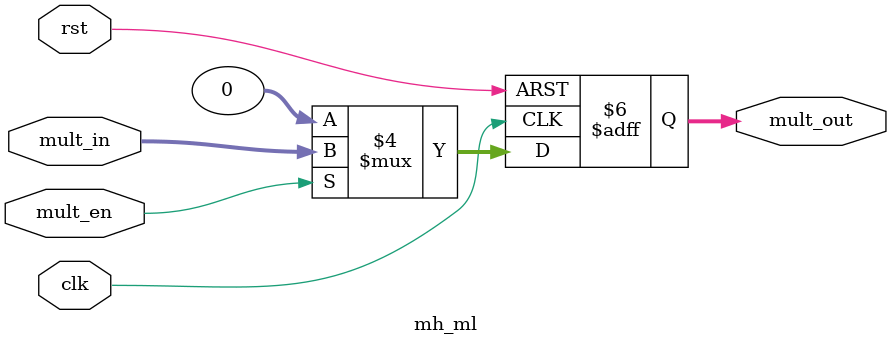
<source format=v>
`timescale 1ns / 1ps
module mh_ml(
input clk,
input rst,
input mult_en,
input[31:0] mult_in,
output reg[31:0] mult_out 
    );
always@(posedge clk or negedge rst)
	if(!rst)
		mult_out<=32'd0;
	else if(mult_en)
		mult_out<=mult_in;
	else
		mult_out<=32'd0;
//assign mult_out=(mult_en)?mult_in:33'b0;

endmodule

</source>
